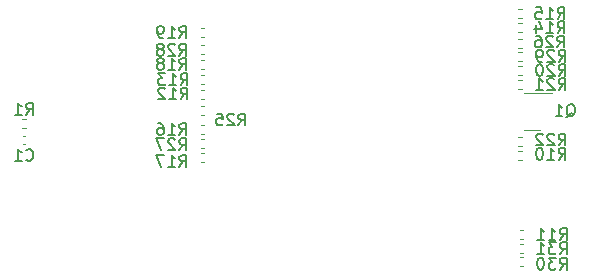
<source format=gbr>
%TF.GenerationSoftware,KiCad,Pcbnew,(6.0.8)*%
%TF.CreationDate,2022-11-06T21:15:53+08:00*%
%TF.ProjectId,JLinkV9-mini,4a4c696e-6b56-4392-9d6d-696e692e6b69,hinsshum*%
%TF.SameCoordinates,Original*%
%TF.FileFunction,Legend,Bot*%
%TF.FilePolarity,Positive*%
%FSLAX46Y46*%
G04 Gerber Fmt 4.6, Leading zero omitted, Abs format (unit mm)*
G04 Created by KiCad (PCBNEW (6.0.8)) date 2022-11-06 21:15:53*
%MOMM*%
%LPD*%
G01*
G04 APERTURE LIST*
%ADD10C,0.150000*%
%ADD11C,0.120000*%
G04 APERTURE END LIST*
D10*
%TO.C,R14*%
X120452857Y-76952380D02*
X120786190Y-76476190D01*
X121024285Y-76952380D02*
X121024285Y-75952380D01*
X120643333Y-75952380D01*
X120548095Y-76000000D01*
X120500476Y-76047619D01*
X120452857Y-76142857D01*
X120452857Y-76285714D01*
X120500476Y-76380952D01*
X120548095Y-76428571D01*
X120643333Y-76476190D01*
X121024285Y-76476190D01*
X119500476Y-76952380D02*
X120071904Y-76952380D01*
X119786190Y-76952380D02*
X119786190Y-75952380D01*
X119881428Y-76095238D01*
X119976666Y-76190476D01*
X120071904Y-76238095D01*
X118643333Y-76285714D02*
X118643333Y-76952380D01*
X118881428Y-75904761D02*
X119119523Y-76619047D01*
X118500476Y-76619047D01*
%TO.C,R21*%
X120542857Y-81752380D02*
X120876190Y-81276190D01*
X121114285Y-81752380D02*
X121114285Y-80752380D01*
X120733333Y-80752380D01*
X120638095Y-80800000D01*
X120590476Y-80847619D01*
X120542857Y-80942857D01*
X120542857Y-81085714D01*
X120590476Y-81180952D01*
X120638095Y-81228571D01*
X120733333Y-81276190D01*
X121114285Y-81276190D01*
X120161904Y-80847619D02*
X120114285Y-80800000D01*
X120019047Y-80752380D01*
X119780952Y-80752380D01*
X119685714Y-80800000D01*
X119638095Y-80847619D01*
X119590476Y-80942857D01*
X119590476Y-81038095D01*
X119638095Y-81180952D01*
X120209523Y-81752380D01*
X119590476Y-81752380D01*
X118638095Y-81752380D02*
X119209523Y-81752380D01*
X118923809Y-81752380D02*
X118923809Y-80752380D01*
X119019047Y-80895238D01*
X119114285Y-80990476D01*
X119209523Y-81038095D01*
%TO.C,R10*%
X120542857Y-87652380D02*
X120876190Y-87176190D01*
X121114285Y-87652380D02*
X121114285Y-86652380D01*
X120733333Y-86652380D01*
X120638095Y-86700000D01*
X120590476Y-86747619D01*
X120542857Y-86842857D01*
X120542857Y-86985714D01*
X120590476Y-87080952D01*
X120638095Y-87128571D01*
X120733333Y-87176190D01*
X121114285Y-87176190D01*
X119590476Y-87652380D02*
X120161904Y-87652380D01*
X119876190Y-87652380D02*
X119876190Y-86652380D01*
X119971428Y-86795238D01*
X120066666Y-86890476D01*
X120161904Y-86938095D01*
X118971428Y-86652380D02*
X118876190Y-86652380D01*
X118780952Y-86700000D01*
X118733333Y-86747619D01*
X118685714Y-86842857D01*
X118638095Y-87033333D01*
X118638095Y-87271428D01*
X118685714Y-87461904D01*
X118733333Y-87557142D01*
X118780952Y-87604761D01*
X118876190Y-87652380D01*
X118971428Y-87652380D01*
X119066666Y-87604761D01*
X119114285Y-87557142D01*
X119161904Y-87461904D01*
X119209523Y-87271428D01*
X119209523Y-87033333D01*
X119161904Y-86842857D01*
X119114285Y-86747619D01*
X119066666Y-86700000D01*
X118971428Y-86652380D01*
%TO.C,Q1*%
X121195238Y-84047619D02*
X121290476Y-84000000D01*
X121385714Y-83904761D01*
X121528571Y-83761904D01*
X121623809Y-83714285D01*
X121719047Y-83714285D01*
X121671428Y-83952380D02*
X121766666Y-83904761D01*
X121861904Y-83809523D01*
X121909523Y-83619047D01*
X121909523Y-83285714D01*
X121861904Y-83095238D01*
X121766666Y-83000000D01*
X121671428Y-82952380D01*
X121480952Y-82952380D01*
X121385714Y-83000000D01*
X121290476Y-83095238D01*
X121242857Y-83285714D01*
X121242857Y-83619047D01*
X121290476Y-83809523D01*
X121385714Y-83904761D01*
X121480952Y-83952380D01*
X121671428Y-83952380D01*
X120290476Y-83952380D02*
X120861904Y-83952380D01*
X120576190Y-83952380D02*
X120576190Y-82952380D01*
X120671428Y-83095238D01*
X120766666Y-83190476D01*
X120861904Y-83238095D01*
%TO.C,R18*%
X88442857Y-80052380D02*
X88776190Y-79576190D01*
X89014285Y-80052380D02*
X89014285Y-79052380D01*
X88633333Y-79052380D01*
X88538095Y-79100000D01*
X88490476Y-79147619D01*
X88442857Y-79242857D01*
X88442857Y-79385714D01*
X88490476Y-79480952D01*
X88538095Y-79528571D01*
X88633333Y-79576190D01*
X89014285Y-79576190D01*
X87490476Y-80052380D02*
X88061904Y-80052380D01*
X87776190Y-80052380D02*
X87776190Y-79052380D01*
X87871428Y-79195238D01*
X87966666Y-79290476D01*
X88061904Y-79338095D01*
X86919047Y-79480952D02*
X87014285Y-79433333D01*
X87061904Y-79385714D01*
X87109523Y-79290476D01*
X87109523Y-79242857D01*
X87061904Y-79147619D01*
X87014285Y-79100000D01*
X86919047Y-79052380D01*
X86728571Y-79052380D01*
X86633333Y-79100000D01*
X86585714Y-79147619D01*
X86538095Y-79242857D01*
X86538095Y-79290476D01*
X86585714Y-79385714D01*
X86633333Y-79433333D01*
X86728571Y-79480952D01*
X86919047Y-79480952D01*
X87014285Y-79528571D01*
X87061904Y-79576190D01*
X87109523Y-79671428D01*
X87109523Y-79861904D01*
X87061904Y-79957142D01*
X87014285Y-80004761D01*
X86919047Y-80052380D01*
X86728571Y-80052380D01*
X86633333Y-80004761D01*
X86585714Y-79957142D01*
X86538095Y-79861904D01*
X86538095Y-79671428D01*
X86585714Y-79576190D01*
X86633333Y-79528571D01*
X86728571Y-79480952D01*
%TO.C,R27*%
X88432857Y-86852380D02*
X88766190Y-86376190D01*
X89004285Y-86852380D02*
X89004285Y-85852380D01*
X88623333Y-85852380D01*
X88528095Y-85900000D01*
X88480476Y-85947619D01*
X88432857Y-86042857D01*
X88432857Y-86185714D01*
X88480476Y-86280952D01*
X88528095Y-86328571D01*
X88623333Y-86376190D01*
X89004285Y-86376190D01*
X88051904Y-85947619D02*
X88004285Y-85900000D01*
X87909047Y-85852380D01*
X87670952Y-85852380D01*
X87575714Y-85900000D01*
X87528095Y-85947619D01*
X87480476Y-86042857D01*
X87480476Y-86138095D01*
X87528095Y-86280952D01*
X88099523Y-86852380D01*
X87480476Y-86852380D01*
X87147142Y-85852380D02*
X86480476Y-85852380D01*
X86909047Y-86852380D01*
%TO.C,R19*%
X88442857Y-77352380D02*
X88776190Y-76876190D01*
X89014285Y-77352380D02*
X89014285Y-76352380D01*
X88633333Y-76352380D01*
X88538095Y-76400000D01*
X88490476Y-76447619D01*
X88442857Y-76542857D01*
X88442857Y-76685714D01*
X88490476Y-76780952D01*
X88538095Y-76828571D01*
X88633333Y-76876190D01*
X89014285Y-76876190D01*
X87490476Y-77352380D02*
X88061904Y-77352380D01*
X87776190Y-77352380D02*
X87776190Y-76352380D01*
X87871428Y-76495238D01*
X87966666Y-76590476D01*
X88061904Y-76638095D01*
X87014285Y-77352380D02*
X86823809Y-77352380D01*
X86728571Y-77304761D01*
X86680952Y-77257142D01*
X86585714Y-77114285D01*
X86538095Y-76923809D01*
X86538095Y-76542857D01*
X86585714Y-76447619D01*
X86633333Y-76400000D01*
X86728571Y-76352380D01*
X86919047Y-76352380D01*
X87014285Y-76400000D01*
X87061904Y-76447619D01*
X87109523Y-76542857D01*
X87109523Y-76780952D01*
X87061904Y-76876190D01*
X87014285Y-76923809D01*
X86919047Y-76971428D01*
X86728571Y-76971428D01*
X86633333Y-76923809D01*
X86585714Y-76876190D01*
X86538095Y-76780952D01*
%TO.C,R11*%
X120642857Y-94452380D02*
X120976190Y-93976190D01*
X121214285Y-94452380D02*
X121214285Y-93452380D01*
X120833333Y-93452380D01*
X120738095Y-93500000D01*
X120690476Y-93547619D01*
X120642857Y-93642857D01*
X120642857Y-93785714D01*
X120690476Y-93880952D01*
X120738095Y-93928571D01*
X120833333Y-93976190D01*
X121214285Y-93976190D01*
X119690476Y-94452380D02*
X120261904Y-94452380D01*
X119976190Y-94452380D02*
X119976190Y-93452380D01*
X120071428Y-93595238D01*
X120166666Y-93690476D01*
X120261904Y-93738095D01*
X118738095Y-94452380D02*
X119309523Y-94452380D01*
X119023809Y-94452380D02*
X119023809Y-93452380D01*
X119119047Y-93595238D01*
X119214285Y-93690476D01*
X119309523Y-93738095D01*
%TO.C,R16*%
X88442857Y-85552380D02*
X88776190Y-85076190D01*
X89014285Y-85552380D02*
X89014285Y-84552380D01*
X88633333Y-84552380D01*
X88538095Y-84600000D01*
X88490476Y-84647619D01*
X88442857Y-84742857D01*
X88442857Y-84885714D01*
X88490476Y-84980952D01*
X88538095Y-85028571D01*
X88633333Y-85076190D01*
X89014285Y-85076190D01*
X87490476Y-85552380D02*
X88061904Y-85552380D01*
X87776190Y-85552380D02*
X87776190Y-84552380D01*
X87871428Y-84695238D01*
X87966666Y-84790476D01*
X88061904Y-84838095D01*
X86633333Y-84552380D02*
X86823809Y-84552380D01*
X86919047Y-84600000D01*
X86966666Y-84647619D01*
X87061904Y-84790476D01*
X87109523Y-84980952D01*
X87109523Y-85361904D01*
X87061904Y-85457142D01*
X87014285Y-85504761D01*
X86919047Y-85552380D01*
X86728571Y-85552380D01*
X86633333Y-85504761D01*
X86585714Y-85457142D01*
X86538095Y-85361904D01*
X86538095Y-85123809D01*
X86585714Y-85028571D01*
X86633333Y-84980952D01*
X86728571Y-84933333D01*
X86919047Y-84933333D01*
X87014285Y-84980952D01*
X87061904Y-85028571D01*
X87109523Y-85123809D01*
%TO.C,R31*%
X120642857Y-95652380D02*
X120976190Y-95176190D01*
X121214285Y-95652380D02*
X121214285Y-94652380D01*
X120833333Y-94652380D01*
X120738095Y-94700000D01*
X120690476Y-94747619D01*
X120642857Y-94842857D01*
X120642857Y-94985714D01*
X120690476Y-95080952D01*
X120738095Y-95128571D01*
X120833333Y-95176190D01*
X121214285Y-95176190D01*
X120309523Y-94652380D02*
X119690476Y-94652380D01*
X120023809Y-95033333D01*
X119880952Y-95033333D01*
X119785714Y-95080952D01*
X119738095Y-95128571D01*
X119690476Y-95223809D01*
X119690476Y-95461904D01*
X119738095Y-95557142D01*
X119785714Y-95604761D01*
X119880952Y-95652380D01*
X120166666Y-95652380D01*
X120261904Y-95604761D01*
X120309523Y-95557142D01*
X118738095Y-95652380D02*
X119309523Y-95652380D01*
X119023809Y-95652380D02*
X119023809Y-94652380D01*
X119119047Y-94795238D01*
X119214285Y-94890476D01*
X119309523Y-94938095D01*
%TO.C,R28*%
X88432857Y-78852380D02*
X88766190Y-78376190D01*
X89004285Y-78852380D02*
X89004285Y-77852380D01*
X88623333Y-77852380D01*
X88528095Y-77900000D01*
X88480476Y-77947619D01*
X88432857Y-78042857D01*
X88432857Y-78185714D01*
X88480476Y-78280952D01*
X88528095Y-78328571D01*
X88623333Y-78376190D01*
X89004285Y-78376190D01*
X88051904Y-77947619D02*
X88004285Y-77900000D01*
X87909047Y-77852380D01*
X87670952Y-77852380D01*
X87575714Y-77900000D01*
X87528095Y-77947619D01*
X87480476Y-78042857D01*
X87480476Y-78138095D01*
X87528095Y-78280952D01*
X88099523Y-78852380D01*
X87480476Y-78852380D01*
X86909047Y-78280952D02*
X87004285Y-78233333D01*
X87051904Y-78185714D01*
X87099523Y-78090476D01*
X87099523Y-78042857D01*
X87051904Y-77947619D01*
X87004285Y-77900000D01*
X86909047Y-77852380D01*
X86718571Y-77852380D01*
X86623333Y-77900000D01*
X86575714Y-77947619D01*
X86528095Y-78042857D01*
X86528095Y-78090476D01*
X86575714Y-78185714D01*
X86623333Y-78233333D01*
X86718571Y-78280952D01*
X86909047Y-78280952D01*
X87004285Y-78328571D01*
X87051904Y-78376190D01*
X87099523Y-78471428D01*
X87099523Y-78661904D01*
X87051904Y-78757142D01*
X87004285Y-78804761D01*
X86909047Y-78852380D01*
X86718571Y-78852380D01*
X86623333Y-78804761D01*
X86575714Y-78757142D01*
X86528095Y-78661904D01*
X86528095Y-78471428D01*
X86575714Y-78376190D01*
X86623333Y-78328571D01*
X86718571Y-78280952D01*
%TO.C,C1*%
X75466666Y-87657142D02*
X75514285Y-87704761D01*
X75657142Y-87752380D01*
X75752380Y-87752380D01*
X75895238Y-87704761D01*
X75990476Y-87609523D01*
X76038095Y-87514285D01*
X76085714Y-87323809D01*
X76085714Y-87180952D01*
X76038095Y-86990476D01*
X75990476Y-86895238D01*
X75895238Y-86800000D01*
X75752380Y-86752380D01*
X75657142Y-86752380D01*
X75514285Y-86800000D01*
X75466666Y-86847619D01*
X74514285Y-87752380D02*
X75085714Y-87752380D01*
X74800000Y-87752380D02*
X74800000Y-86752380D01*
X74895238Y-86895238D01*
X74990476Y-86990476D01*
X75085714Y-87038095D01*
%TO.C,R29*%
X120542857Y-79352380D02*
X120876190Y-78876190D01*
X121114285Y-79352380D02*
X121114285Y-78352380D01*
X120733333Y-78352380D01*
X120638095Y-78400000D01*
X120590476Y-78447619D01*
X120542857Y-78542857D01*
X120542857Y-78685714D01*
X120590476Y-78780952D01*
X120638095Y-78828571D01*
X120733333Y-78876190D01*
X121114285Y-78876190D01*
X120161904Y-78447619D02*
X120114285Y-78400000D01*
X120019047Y-78352380D01*
X119780952Y-78352380D01*
X119685714Y-78400000D01*
X119638095Y-78447619D01*
X119590476Y-78542857D01*
X119590476Y-78638095D01*
X119638095Y-78780952D01*
X120209523Y-79352380D01*
X119590476Y-79352380D01*
X119114285Y-79352380D02*
X118923809Y-79352380D01*
X118828571Y-79304761D01*
X118780952Y-79257142D01*
X118685714Y-79114285D01*
X118638095Y-78923809D01*
X118638095Y-78542857D01*
X118685714Y-78447619D01*
X118733333Y-78400000D01*
X118828571Y-78352380D01*
X119019047Y-78352380D01*
X119114285Y-78400000D01*
X119161904Y-78447619D01*
X119209523Y-78542857D01*
X119209523Y-78780952D01*
X119161904Y-78876190D01*
X119114285Y-78923809D01*
X119019047Y-78971428D01*
X118828571Y-78971428D01*
X118733333Y-78923809D01*
X118685714Y-78876190D01*
X118638095Y-78780952D01*
%TO.C,R15*%
X120452857Y-75752380D02*
X120786190Y-75276190D01*
X121024285Y-75752380D02*
X121024285Y-74752380D01*
X120643333Y-74752380D01*
X120548095Y-74800000D01*
X120500476Y-74847619D01*
X120452857Y-74942857D01*
X120452857Y-75085714D01*
X120500476Y-75180952D01*
X120548095Y-75228571D01*
X120643333Y-75276190D01*
X121024285Y-75276190D01*
X119500476Y-75752380D02*
X120071904Y-75752380D01*
X119786190Y-75752380D02*
X119786190Y-74752380D01*
X119881428Y-74895238D01*
X119976666Y-74990476D01*
X120071904Y-75038095D01*
X118595714Y-74752380D02*
X119071904Y-74752380D01*
X119119523Y-75228571D01*
X119071904Y-75180952D01*
X118976666Y-75133333D01*
X118738571Y-75133333D01*
X118643333Y-75180952D01*
X118595714Y-75228571D01*
X118548095Y-75323809D01*
X118548095Y-75561904D01*
X118595714Y-75657142D01*
X118643333Y-75704761D01*
X118738571Y-75752380D01*
X118976666Y-75752380D01*
X119071904Y-75704761D01*
X119119523Y-75657142D01*
%TO.C,R1*%
X75466666Y-83852380D02*
X75800000Y-83376190D01*
X76038095Y-83852380D02*
X76038095Y-82852380D01*
X75657142Y-82852380D01*
X75561904Y-82900000D01*
X75514285Y-82947619D01*
X75466666Y-83042857D01*
X75466666Y-83185714D01*
X75514285Y-83280952D01*
X75561904Y-83328571D01*
X75657142Y-83376190D01*
X76038095Y-83376190D01*
X74514285Y-83852380D02*
X75085714Y-83852380D01*
X74800000Y-83852380D02*
X74800000Y-82852380D01*
X74895238Y-82995238D01*
X74990476Y-83090476D01*
X75085714Y-83138095D01*
%TO.C,R13*%
X88532857Y-81352380D02*
X88866190Y-80876190D01*
X89104285Y-81352380D02*
X89104285Y-80352380D01*
X88723333Y-80352380D01*
X88628095Y-80400000D01*
X88580476Y-80447619D01*
X88532857Y-80542857D01*
X88532857Y-80685714D01*
X88580476Y-80780952D01*
X88628095Y-80828571D01*
X88723333Y-80876190D01*
X89104285Y-80876190D01*
X87580476Y-81352380D02*
X88151904Y-81352380D01*
X87866190Y-81352380D02*
X87866190Y-80352380D01*
X87961428Y-80495238D01*
X88056666Y-80590476D01*
X88151904Y-80638095D01*
X87247142Y-80352380D02*
X86628095Y-80352380D01*
X86961428Y-80733333D01*
X86818571Y-80733333D01*
X86723333Y-80780952D01*
X86675714Y-80828571D01*
X86628095Y-80923809D01*
X86628095Y-81161904D01*
X86675714Y-81257142D01*
X86723333Y-81304761D01*
X86818571Y-81352380D01*
X87104285Y-81352380D01*
X87199523Y-81304761D01*
X87247142Y-81257142D01*
%TO.C,R12*%
X88532857Y-82552380D02*
X88866190Y-82076190D01*
X89104285Y-82552380D02*
X89104285Y-81552380D01*
X88723333Y-81552380D01*
X88628095Y-81600000D01*
X88580476Y-81647619D01*
X88532857Y-81742857D01*
X88532857Y-81885714D01*
X88580476Y-81980952D01*
X88628095Y-82028571D01*
X88723333Y-82076190D01*
X89104285Y-82076190D01*
X87580476Y-82552380D02*
X88151904Y-82552380D01*
X87866190Y-82552380D02*
X87866190Y-81552380D01*
X87961428Y-81695238D01*
X88056666Y-81790476D01*
X88151904Y-81838095D01*
X87199523Y-81647619D02*
X87151904Y-81600000D01*
X87056666Y-81552380D01*
X86818571Y-81552380D01*
X86723333Y-81600000D01*
X86675714Y-81647619D01*
X86628095Y-81742857D01*
X86628095Y-81838095D01*
X86675714Y-81980952D01*
X87247142Y-82552380D01*
X86628095Y-82552380D01*
%TO.C,R17*%
X88442857Y-88252380D02*
X88776190Y-87776190D01*
X89014285Y-88252380D02*
X89014285Y-87252380D01*
X88633333Y-87252380D01*
X88538095Y-87300000D01*
X88490476Y-87347619D01*
X88442857Y-87442857D01*
X88442857Y-87585714D01*
X88490476Y-87680952D01*
X88538095Y-87728571D01*
X88633333Y-87776190D01*
X89014285Y-87776190D01*
X87490476Y-88252380D02*
X88061904Y-88252380D01*
X87776190Y-88252380D02*
X87776190Y-87252380D01*
X87871428Y-87395238D01*
X87966666Y-87490476D01*
X88061904Y-87538095D01*
X87157142Y-87252380D02*
X86490476Y-87252380D01*
X86919047Y-88252380D01*
%TO.C,R22*%
X120542857Y-86452380D02*
X120876190Y-85976190D01*
X121114285Y-86452380D02*
X121114285Y-85452380D01*
X120733333Y-85452380D01*
X120638095Y-85500000D01*
X120590476Y-85547619D01*
X120542857Y-85642857D01*
X120542857Y-85785714D01*
X120590476Y-85880952D01*
X120638095Y-85928571D01*
X120733333Y-85976190D01*
X121114285Y-85976190D01*
X120161904Y-85547619D02*
X120114285Y-85500000D01*
X120019047Y-85452380D01*
X119780952Y-85452380D01*
X119685714Y-85500000D01*
X119638095Y-85547619D01*
X119590476Y-85642857D01*
X119590476Y-85738095D01*
X119638095Y-85880952D01*
X120209523Y-86452380D01*
X119590476Y-86452380D01*
X119209523Y-85547619D02*
X119161904Y-85500000D01*
X119066666Y-85452380D01*
X118828571Y-85452380D01*
X118733333Y-85500000D01*
X118685714Y-85547619D01*
X118638095Y-85642857D01*
X118638095Y-85738095D01*
X118685714Y-85880952D01*
X119257142Y-86452380D01*
X118638095Y-86452380D01*
%TO.C,R26*%
X120442857Y-78152380D02*
X120776190Y-77676190D01*
X121014285Y-78152380D02*
X121014285Y-77152380D01*
X120633333Y-77152380D01*
X120538095Y-77200000D01*
X120490476Y-77247619D01*
X120442857Y-77342857D01*
X120442857Y-77485714D01*
X120490476Y-77580952D01*
X120538095Y-77628571D01*
X120633333Y-77676190D01*
X121014285Y-77676190D01*
X120061904Y-77247619D02*
X120014285Y-77200000D01*
X119919047Y-77152380D01*
X119680952Y-77152380D01*
X119585714Y-77200000D01*
X119538095Y-77247619D01*
X119490476Y-77342857D01*
X119490476Y-77438095D01*
X119538095Y-77580952D01*
X120109523Y-78152380D01*
X119490476Y-78152380D01*
X118633333Y-77152380D02*
X118823809Y-77152380D01*
X118919047Y-77200000D01*
X118966666Y-77247619D01*
X119061904Y-77390476D01*
X119109523Y-77580952D01*
X119109523Y-77961904D01*
X119061904Y-78057142D01*
X119014285Y-78104761D01*
X118919047Y-78152380D01*
X118728571Y-78152380D01*
X118633333Y-78104761D01*
X118585714Y-78057142D01*
X118538095Y-77961904D01*
X118538095Y-77723809D01*
X118585714Y-77628571D01*
X118633333Y-77580952D01*
X118728571Y-77533333D01*
X118919047Y-77533333D01*
X119014285Y-77580952D01*
X119061904Y-77628571D01*
X119109523Y-77723809D01*
%TO.C,R25*%
X93442857Y-84752380D02*
X93776190Y-84276190D01*
X94014285Y-84752380D02*
X94014285Y-83752380D01*
X93633333Y-83752380D01*
X93538095Y-83800000D01*
X93490476Y-83847619D01*
X93442857Y-83942857D01*
X93442857Y-84085714D01*
X93490476Y-84180952D01*
X93538095Y-84228571D01*
X93633333Y-84276190D01*
X94014285Y-84276190D01*
X93061904Y-83847619D02*
X93014285Y-83800000D01*
X92919047Y-83752380D01*
X92680952Y-83752380D01*
X92585714Y-83800000D01*
X92538095Y-83847619D01*
X92490476Y-83942857D01*
X92490476Y-84038095D01*
X92538095Y-84180952D01*
X93109523Y-84752380D01*
X92490476Y-84752380D01*
X91585714Y-83752380D02*
X92061904Y-83752380D01*
X92109523Y-84228571D01*
X92061904Y-84180952D01*
X91966666Y-84133333D01*
X91728571Y-84133333D01*
X91633333Y-84180952D01*
X91585714Y-84228571D01*
X91538095Y-84323809D01*
X91538095Y-84561904D01*
X91585714Y-84657142D01*
X91633333Y-84704761D01*
X91728571Y-84752380D01*
X91966666Y-84752380D01*
X92061904Y-84704761D01*
X92109523Y-84657142D01*
%TO.C,R20*%
X120542857Y-80552380D02*
X120876190Y-80076190D01*
X121114285Y-80552380D02*
X121114285Y-79552380D01*
X120733333Y-79552380D01*
X120638095Y-79600000D01*
X120590476Y-79647619D01*
X120542857Y-79742857D01*
X120542857Y-79885714D01*
X120590476Y-79980952D01*
X120638095Y-80028571D01*
X120733333Y-80076190D01*
X121114285Y-80076190D01*
X120161904Y-79647619D02*
X120114285Y-79600000D01*
X120019047Y-79552380D01*
X119780952Y-79552380D01*
X119685714Y-79600000D01*
X119638095Y-79647619D01*
X119590476Y-79742857D01*
X119590476Y-79838095D01*
X119638095Y-79980952D01*
X120209523Y-80552380D01*
X119590476Y-80552380D01*
X118971428Y-79552380D02*
X118876190Y-79552380D01*
X118780952Y-79600000D01*
X118733333Y-79647619D01*
X118685714Y-79742857D01*
X118638095Y-79933333D01*
X118638095Y-80171428D01*
X118685714Y-80361904D01*
X118733333Y-80457142D01*
X118780952Y-80504761D01*
X118876190Y-80552380D01*
X118971428Y-80552380D01*
X119066666Y-80504761D01*
X119114285Y-80457142D01*
X119161904Y-80361904D01*
X119209523Y-80171428D01*
X119209523Y-79933333D01*
X119161904Y-79742857D01*
X119114285Y-79647619D01*
X119066666Y-79600000D01*
X118971428Y-79552380D01*
%TO.C,R30*%
X120642857Y-96952380D02*
X120976190Y-96476190D01*
X121214285Y-96952380D02*
X121214285Y-95952380D01*
X120833333Y-95952380D01*
X120738095Y-96000000D01*
X120690476Y-96047619D01*
X120642857Y-96142857D01*
X120642857Y-96285714D01*
X120690476Y-96380952D01*
X120738095Y-96428571D01*
X120833333Y-96476190D01*
X121214285Y-96476190D01*
X120309523Y-95952380D02*
X119690476Y-95952380D01*
X120023809Y-96333333D01*
X119880952Y-96333333D01*
X119785714Y-96380952D01*
X119738095Y-96428571D01*
X119690476Y-96523809D01*
X119690476Y-96761904D01*
X119738095Y-96857142D01*
X119785714Y-96904761D01*
X119880952Y-96952380D01*
X120166666Y-96952380D01*
X120261904Y-96904761D01*
X120309523Y-96857142D01*
X119071428Y-95952380D02*
X118976190Y-95952380D01*
X118880952Y-96000000D01*
X118833333Y-96047619D01*
X118785714Y-96142857D01*
X118738095Y-96333333D01*
X118738095Y-96571428D01*
X118785714Y-96761904D01*
X118833333Y-96857142D01*
X118880952Y-96904761D01*
X118976190Y-96952380D01*
X119071428Y-96952380D01*
X119166666Y-96904761D01*
X119214285Y-96857142D01*
X119261904Y-96761904D01*
X119309523Y-96571428D01*
X119309523Y-96333333D01*
X119261904Y-96142857D01*
X119214285Y-96047619D01*
X119166666Y-96000000D01*
X119071428Y-95952380D01*
D11*
%TO.C,R14*%
X117453641Y-76880000D02*
X117146359Y-76880000D01*
X117453641Y-76120000D02*
X117146359Y-76120000D01*
%TO.C,R21*%
X117453641Y-80920000D02*
X117146359Y-80920000D01*
X117453641Y-81680000D02*
X117146359Y-81680000D01*
%TO.C,R10*%
X117453641Y-86920000D02*
X117146359Y-86920000D01*
X117453641Y-87680000D02*
X117146359Y-87680000D01*
%TO.C,Q1*%
X118300000Y-85160000D02*
X117650000Y-85160000D01*
X118300000Y-82040000D02*
X117650000Y-82040000D01*
X118300000Y-82040000D02*
X119975000Y-82040000D01*
X118300000Y-85160000D02*
X118950000Y-85160000D01*
%TO.C,R18*%
X90246359Y-79980000D02*
X90553641Y-79980000D01*
X90246359Y-79220000D02*
X90553641Y-79220000D01*
%TO.C,R27*%
X90246359Y-86680000D02*
X90553641Y-86680000D01*
X90246359Y-85920000D02*
X90553641Y-85920000D01*
%TO.C,R19*%
X90246359Y-76520000D02*
X90553641Y-76520000D01*
X90246359Y-77280000D02*
X90553641Y-77280000D01*
%TO.C,R11*%
X117553641Y-94380000D02*
X117246359Y-94380000D01*
X117553641Y-93620000D02*
X117246359Y-93620000D01*
%TO.C,R16*%
X90246359Y-85480000D02*
X90553641Y-85480000D01*
X90246359Y-84720000D02*
X90553641Y-84720000D01*
%TO.C,R31*%
X117246359Y-95580000D02*
X117553641Y-95580000D01*
X117246359Y-94820000D02*
X117553641Y-94820000D01*
%TO.C,R28*%
X90236359Y-77920000D02*
X90543641Y-77920000D01*
X90236359Y-78680000D02*
X90543641Y-78680000D01*
%TO.C,C1*%
X75192164Y-85640000D02*
X75407836Y-85640000D01*
X75192164Y-86360000D02*
X75407836Y-86360000D01*
%TO.C,R29*%
X117146359Y-78520000D02*
X117453641Y-78520000D01*
X117146359Y-79280000D02*
X117453641Y-79280000D01*
%TO.C,R15*%
X117453641Y-74920000D02*
X117146359Y-74920000D01*
X117453641Y-75680000D02*
X117146359Y-75680000D01*
%TO.C,R1*%
X75453641Y-84220000D02*
X75146359Y-84220000D01*
X75453641Y-84980000D02*
X75146359Y-84980000D01*
%TO.C,R13*%
X90246359Y-80520000D02*
X90553641Y-80520000D01*
X90246359Y-81280000D02*
X90553641Y-81280000D01*
%TO.C,R12*%
X90246359Y-82480000D02*
X90553641Y-82480000D01*
X90246359Y-81720000D02*
X90553641Y-81720000D01*
%TO.C,R17*%
X90246359Y-87120000D02*
X90553641Y-87120000D01*
X90246359Y-87880000D02*
X90553641Y-87880000D01*
%TO.C,R22*%
X117146359Y-85720000D02*
X117453641Y-85720000D01*
X117146359Y-86480000D02*
X117453641Y-86480000D01*
%TO.C,R26*%
X117453641Y-78180000D02*
X117146359Y-78180000D01*
X117453641Y-77420000D02*
X117146359Y-77420000D01*
%TO.C,R25*%
X90246359Y-83880000D02*
X90553641Y-83880000D01*
X90246359Y-83120000D02*
X90553641Y-83120000D01*
%TO.C,R20*%
X117453641Y-80480000D02*
X117146359Y-80480000D01*
X117453641Y-79720000D02*
X117146359Y-79720000D01*
%TO.C,R30*%
X117246359Y-96680000D02*
X117553641Y-96680000D01*
X117246359Y-95920000D02*
X117553641Y-95920000D01*
%TD*%
M02*

</source>
